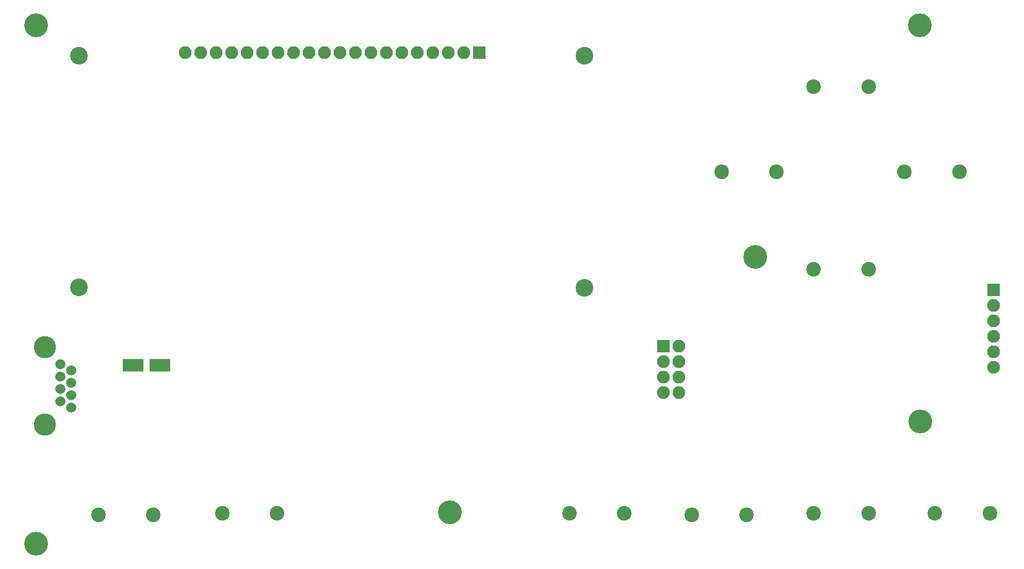
<source format=gbs>
G04 #@! TF.GenerationSoftware,KiCad,Pcbnew,5.0.0-fee4fd1~66~ubuntu18.04.1*
G04 #@! TF.CreationDate,2018-09-21T09:17:30-04:00*
G04 #@! TF.ProjectId,FrontPanel,46726F6E7450616E656C2E6B69636164,rev?*
G04 #@! TF.SameCoordinates,Original*
G04 #@! TF.FileFunction,Soldermask,Bot*
G04 #@! TF.FilePolarity,Negative*
%FSLAX46Y46*%
G04 Gerber Fmt 4.6, Leading zero omitted, Abs format (unit mm)*
G04 Created by KiCad (PCBNEW 5.0.0-fee4fd1~66~ubuntu18.04.1) date Fri Sep 21 09:17:30 2018*
%MOMM*%
%LPD*%
G01*
G04 APERTURE LIST*
%ADD10R,3.400000X2.000000*%
%ADD11R,2.100000X2.100000*%
%ADD12O,2.100000X2.100000*%
%ADD13C,2.400000*%
%ADD14C,3.650000*%
%ADD15C,1.670000*%
%ADD16C,3.900000*%
%ADD17C,2.900000*%
G04 APERTURE END LIST*
D10*
G04 #@! TO.C,C1*
X86000000Y-107650000D03*
X90400000Y-107650000D03*
G04 #@! TD*
D11*
G04 #@! TO.C,J2*
X142800000Y-56300000D03*
D12*
X140260000Y-56300000D03*
X137720000Y-56300000D03*
X135180000Y-56300000D03*
X132640000Y-56300000D03*
X130100000Y-56300000D03*
X127560000Y-56300000D03*
X125020000Y-56300000D03*
X122480000Y-56300000D03*
X119940000Y-56300000D03*
X117400000Y-56300000D03*
X114860000Y-56300000D03*
X112320000Y-56300000D03*
X109780000Y-56300000D03*
X107240000Y-56300000D03*
X104700000Y-56300000D03*
X102160000Y-56300000D03*
X99620000Y-56300000D03*
X97080000Y-56300000D03*
X94540000Y-56300000D03*
G04 #@! TD*
D13*
G04 #@! TO.C,SW1*
X80300000Y-132200000D03*
X89300000Y-132200000D03*
G04 #@! TD*
G04 #@! TO.C,SW2*
X100600000Y-131900000D03*
X109600000Y-131900000D03*
G04 #@! TD*
G04 #@! TO.C,SW3*
X157600000Y-131900000D03*
X166600000Y-131900000D03*
G04 #@! TD*
G04 #@! TO.C,SW4*
X177700000Y-132200000D03*
X186700000Y-132200000D03*
G04 #@! TD*
G04 #@! TO.C,SW5*
X197700000Y-131900000D03*
X206700000Y-131900000D03*
G04 #@! TD*
G04 #@! TO.C,SW6*
X217600000Y-131900000D03*
X226600000Y-131900000D03*
G04 #@! TD*
G04 #@! TO.C,SW7*
X197700000Y-61900000D03*
X206700000Y-61900000D03*
G04 #@! TD*
G04 #@! TO.C,SW8*
X212600000Y-75900000D03*
X221600000Y-75900000D03*
G04 #@! TD*
G04 #@! TO.C,SW9*
X197700000Y-91900000D03*
X206700000Y-91900000D03*
G04 #@! TD*
G04 #@! TO.C,SW10*
X182600000Y-75900000D03*
X191600000Y-75900000D03*
G04 #@! TD*
D14*
G04 #@! TO.C,J1*
X71500000Y-117350000D03*
X71500000Y-104650000D03*
D15*
X75818000Y-114556000D03*
X74040000Y-113540000D03*
X75818000Y-112524000D03*
X74040000Y-111508000D03*
X75818000Y-110492000D03*
X74040000Y-109476000D03*
X75818000Y-108460000D03*
X74040000Y-107444000D03*
G04 #@! TD*
D11*
G04 #@! TO.C,J4*
X227200000Y-95250000D03*
D12*
X227200000Y-97790000D03*
X227200000Y-100330000D03*
X227200000Y-102870000D03*
X227200000Y-105410000D03*
X227200000Y-107950000D03*
G04 #@! TD*
D16*
G04 #@! TO.C,h2*
X70100000Y-136900000D03*
G04 #@! TD*
G04 #@! TO.C,h1*
X70100000Y-51850000D03*
G04 #@! TD*
G04 #@! TO.C,h4*
X215150000Y-116900000D03*
G04 #@! TD*
G04 #@! TO.C,h5*
X188100000Y-89850000D03*
G04 #@! TD*
G04 #@! TO.C,h6*
X215100000Y-51850000D03*
G04 #@! TD*
G04 #@! TO.C,h3*
X138000000Y-131800000D03*
G04 #@! TD*
D17*
G04 #@! TO.C,h9*
X160100000Y-94900000D03*
G04 #@! TD*
G04 #@! TO.C,h10*
X160100000Y-56850000D03*
G04 #@! TD*
G04 #@! TO.C,h7*
X77100000Y-56850000D03*
G04 #@! TD*
G04 #@! TO.C,h8*
X77100000Y-94850000D03*
G04 #@! TD*
D11*
G04 #@! TO.C,J3*
X173050000Y-104500000D03*
D12*
X175590000Y-104500000D03*
X173050000Y-107040000D03*
X175590000Y-107040000D03*
X173050000Y-109580000D03*
X175590000Y-109580000D03*
X173050000Y-112120000D03*
X175590000Y-112120000D03*
G04 #@! TD*
M02*

</source>
